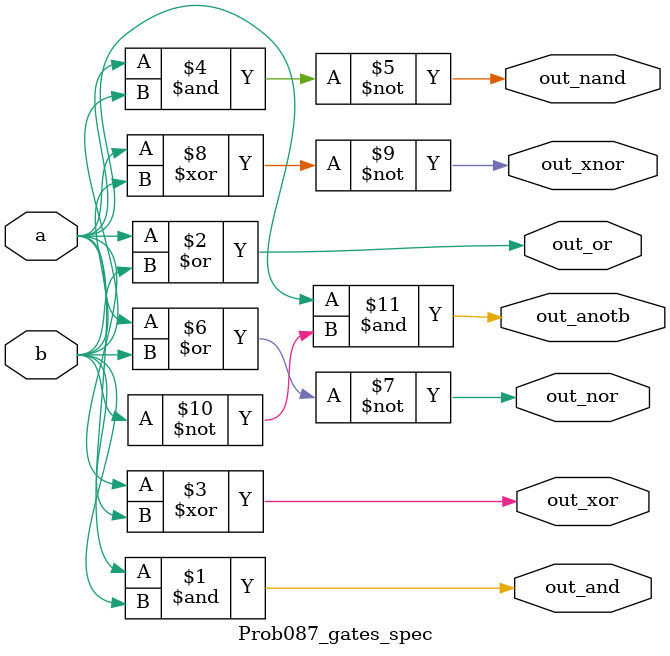
<source format=v>
module Prob087_gates_spec(
    input [0:0] a,
    input [0:0] b,
    output [0:0] out_and,
    output [0:0] out_or,
    output [0:0] out_xor,
    output [0:0] out_nand,
    output [0:0] out_nor,
    output [0:0] out_xnor,
    output [0:0] out_anotb
);

assign out_and = a & b;      // AND gate
assign out_or = a | b;       // OR gate
assign out_xor = a ^ b;      // XOR gate
assign out_nand = ~(a & b);  // NAND gate
assign out_nor = ~(a | b);   // NOR gate
assign out_xnor = ~(a ^ b);  // XNOR gate
assign out_anotb = a & ~b;   // A AND NOT B

endmodule

</source>
